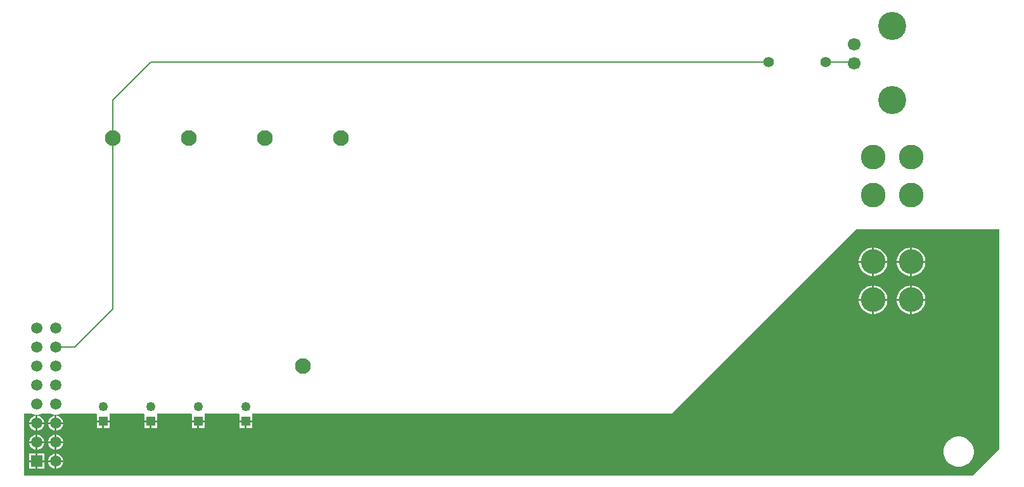
<source format=gtl>
G04*
G04 #@! TF.GenerationSoftware,Altium Limited,Altium Designer,21.9.1 (22)*
G04*
G04 Layer_Physical_Order=1*
G04 Layer_Color=255*
%FSLAX25Y25*%
%MOIN*%
G70*
G04*
G04 #@! TF.SameCoordinates,F3426815-9E30-4310-B1EE-DB99E30BDFF3*
G04*
G04*
G04 #@! TF.FilePolarity,Positive*
G04*
G01*
G75*
%ADD14C,0.00800*%
%ADD25C,0.08268*%
%ADD26C,0.05512*%
%ADD27C,0.04921*%
%ADD28R,0.04921X0.04921*%
%ADD29C,0.06693*%
%ADD30C,0.14764*%
%ADD31C,0.13000*%
%ADD32R,0.05906X0.05906*%
%ADD33C,0.05906*%
G36*
X616470Y126462D02*
X602557Y112549D01*
X103530D01*
X103530Y145000D01*
X107755D01*
X107895Y144919D01*
X109282Y144547D01*
X110718D01*
X112105Y144919D01*
X112245Y145000D01*
X117755D01*
X117895Y144919D01*
X119282Y144547D01*
X120718D01*
X122105Y144919D01*
X122245Y145000D01*
X141482D01*
X141539Y144524D01*
X141539D01*
Y141563D01*
X145000D01*
X148461D01*
Y144524D01*
X148461D01*
X148518Y145000D01*
X166482D01*
X166539Y144524D01*
X166539D01*
Y141563D01*
X170000D01*
X173461D01*
Y144524D01*
X173461D01*
X173518Y145000D01*
X191482D01*
X191539Y144524D01*
X191539D01*
Y141563D01*
X195000D01*
X198461D01*
Y144524D01*
X198461D01*
X198518Y145000D01*
X216482D01*
X216539Y144524D01*
X216539D01*
Y141563D01*
X220000D01*
X223461D01*
Y144524D01*
X223461D01*
X223518Y145000D01*
X444000D01*
X541000Y242000D01*
X616470D01*
X616470Y126462D01*
D02*
G37*
%LPC*%
G36*
X570739Y232500D02*
X570500D01*
Y225500D01*
X577500D01*
Y225739D01*
X577212Y227188D01*
X576646Y228553D01*
X575826Y229781D01*
X574781Y230826D01*
X573553Y231646D01*
X572188Y232212D01*
X570739Y232500D01*
D02*
G37*
G36*
X550739D02*
X550500D01*
Y225500D01*
X557500D01*
Y225739D01*
X557212Y227188D01*
X556646Y228553D01*
X555826Y229781D01*
X554781Y230826D01*
X553553Y231646D01*
X552188Y232212D01*
X550739Y232500D01*
D02*
G37*
G36*
X569500D02*
X569261D01*
X567812Y232212D01*
X566447Y231646D01*
X565219Y230826D01*
X564174Y229781D01*
X563354Y228553D01*
X562788Y227188D01*
X562500Y225739D01*
Y225500D01*
X569500D01*
Y232500D01*
D02*
G37*
G36*
X549500D02*
X549261D01*
X547812Y232212D01*
X546447Y231646D01*
X545219Y230826D01*
X544174Y229781D01*
X543354Y228553D01*
X542788Y227188D01*
X542500Y225739D01*
Y225500D01*
X549500D01*
Y232500D01*
D02*
G37*
G36*
X577500Y224500D02*
X570500D01*
Y217500D01*
X570739D01*
X572188Y217788D01*
X573553Y218354D01*
X574781Y219174D01*
X575826Y220219D01*
X576646Y221447D01*
X577212Y222812D01*
X577500Y224261D01*
Y224500D01*
D02*
G37*
G36*
X569500D02*
X562500D01*
Y224261D01*
X562788Y222812D01*
X563354Y221447D01*
X564174Y220219D01*
X565219Y219174D01*
X566447Y218354D01*
X567812Y217788D01*
X569261Y217500D01*
X569500D01*
Y224500D01*
D02*
G37*
G36*
X557500D02*
X550500D01*
Y217500D01*
X550739D01*
X552188Y217788D01*
X553553Y218354D01*
X554781Y219174D01*
X555826Y220219D01*
X556646Y221447D01*
X557212Y222812D01*
X557500Y224261D01*
Y224500D01*
D02*
G37*
G36*
X549500D02*
X542500D01*
Y224261D01*
X542788Y222812D01*
X543354Y221447D01*
X544174Y220219D01*
X545219Y219174D01*
X546447Y218354D01*
X547812Y217788D01*
X549261Y217500D01*
X549500D01*
Y224500D01*
D02*
G37*
G36*
X570739Y212500D02*
X570500D01*
Y205500D01*
X577500D01*
Y205739D01*
X577212Y207188D01*
X576646Y208553D01*
X575826Y209781D01*
X574781Y210826D01*
X573553Y211646D01*
X572188Y212212D01*
X570739Y212500D01*
D02*
G37*
G36*
X550739D02*
X550500D01*
Y205500D01*
X557500D01*
Y205739D01*
X557212Y207188D01*
X556646Y208553D01*
X555826Y209781D01*
X554781Y210826D01*
X553553Y211646D01*
X552188Y212212D01*
X550739Y212500D01*
D02*
G37*
G36*
X569500D02*
X569261D01*
X567812Y212212D01*
X566447Y211646D01*
X565219Y210826D01*
X564174Y209781D01*
X563354Y208553D01*
X562788Y207188D01*
X562500Y205739D01*
Y205500D01*
X569500D01*
Y212500D01*
D02*
G37*
G36*
X549500D02*
X549261D01*
X547812Y212212D01*
X546447Y211646D01*
X545219Y210826D01*
X544174Y209781D01*
X543354Y208553D01*
X542788Y207188D01*
X542500Y205739D01*
Y205500D01*
X549500D01*
Y212500D01*
D02*
G37*
G36*
X577500Y204500D02*
X570500D01*
Y197500D01*
X570739D01*
X572188Y197788D01*
X573553Y198354D01*
X574781Y199174D01*
X575826Y200219D01*
X576646Y201447D01*
X577212Y202812D01*
X577500Y204261D01*
Y204500D01*
D02*
G37*
G36*
X569500D02*
X562500D01*
Y204261D01*
X562788Y202812D01*
X563354Y201447D01*
X564174Y200219D01*
X565219Y199174D01*
X566447Y198354D01*
X567812Y197788D01*
X569261Y197500D01*
X569500D01*
Y204500D01*
D02*
G37*
G36*
X557500D02*
X550500D01*
Y197500D01*
X550739D01*
X552188Y197788D01*
X553553Y198354D01*
X554781Y199174D01*
X555826Y200219D01*
X556646Y201447D01*
X557212Y202812D01*
X557500Y204261D01*
Y204500D01*
D02*
G37*
G36*
X549500D02*
X542500D01*
Y204261D01*
X542788Y202812D01*
X543354Y201447D01*
X544174Y200219D01*
X545219Y199174D01*
X546447Y198354D01*
X547812Y197788D01*
X549261Y197500D01*
X549500D01*
Y204500D01*
D02*
G37*
G36*
X120520Y143953D02*
X120500D01*
Y140500D01*
X123953D01*
Y140520D01*
X123683Y141526D01*
X123163Y142427D01*
X122427Y143163D01*
X121526Y143683D01*
X120520Y143953D01*
D02*
G37*
G36*
X110520D02*
X110500D01*
Y140500D01*
X113953D01*
Y140520D01*
X113683Y141526D01*
X113163Y142427D01*
X112427Y143163D01*
X111526Y143683D01*
X110520Y143953D01*
D02*
G37*
G36*
X109500D02*
X109480D01*
X108474Y143683D01*
X107573Y143163D01*
X106837Y142427D01*
X106317Y141526D01*
X106047Y140520D01*
Y140500D01*
X109500D01*
Y143953D01*
D02*
G37*
G36*
X119500D02*
X119480D01*
X118474Y143683D01*
X117573Y143163D01*
X116837Y142427D01*
X116317Y141526D01*
X116047Y140520D01*
Y140500D01*
X119500D01*
Y143953D01*
D02*
G37*
G36*
X223461Y140563D02*
X220500D01*
Y137602D01*
X223461D01*
Y140563D01*
D02*
G37*
G36*
X219500D02*
X216539D01*
Y137602D01*
X219500D01*
Y140563D01*
D02*
G37*
G36*
X198461D02*
X195500D01*
Y137602D01*
X198461D01*
Y140563D01*
D02*
G37*
G36*
X194500D02*
X191539D01*
Y137602D01*
X194500D01*
Y140563D01*
D02*
G37*
G36*
X173461D02*
X170500D01*
Y137602D01*
X173461D01*
Y140563D01*
D02*
G37*
G36*
X169500D02*
X166539D01*
Y137602D01*
X169500D01*
Y140563D01*
D02*
G37*
G36*
X148461D02*
X145500D01*
Y137602D01*
X148461D01*
Y140563D01*
D02*
G37*
G36*
X144500D02*
X141539D01*
Y137602D01*
X144500D01*
Y140563D01*
D02*
G37*
G36*
X123953Y139500D02*
X120500D01*
Y136047D01*
X120520D01*
X121526Y136317D01*
X122427Y136837D01*
X123163Y137573D01*
X123683Y138474D01*
X123953Y139480D01*
Y139500D01*
D02*
G37*
G36*
X119500D02*
X116047D01*
Y139480D01*
X116317Y138474D01*
X116837Y137573D01*
X117573Y136837D01*
X118474Y136317D01*
X119480Y136047D01*
X119500D01*
Y139500D01*
D02*
G37*
G36*
X113953D02*
X110500D01*
Y136047D01*
X110520D01*
X111526Y136317D01*
X112427Y136837D01*
X113163Y137573D01*
X113683Y138474D01*
X113953Y139480D01*
Y139500D01*
D02*
G37*
G36*
X109500D02*
X106047D01*
Y139480D01*
X106317Y138474D01*
X106837Y137573D01*
X107573Y136837D01*
X108474Y136317D01*
X109480Y136047D01*
X109500D01*
Y139500D01*
D02*
G37*
G36*
X120520Y133953D02*
X120500D01*
Y130500D01*
X123953D01*
Y130520D01*
X123683Y131526D01*
X123163Y132427D01*
X122427Y133163D01*
X121526Y133683D01*
X120520Y133953D01*
D02*
G37*
G36*
X110520D02*
X110500D01*
Y130500D01*
X113953D01*
Y130520D01*
X113683Y131526D01*
X113163Y132427D01*
X112427Y133163D01*
X111526Y133683D01*
X110520Y133953D01*
D02*
G37*
G36*
X109500D02*
X109480D01*
X108474Y133683D01*
X107573Y133163D01*
X106837Y132427D01*
X106317Y131526D01*
X106047Y130520D01*
Y130500D01*
X109500D01*
Y133953D01*
D02*
G37*
G36*
X119500D02*
X119480D01*
X118474Y133683D01*
X117573Y133163D01*
X116837Y132427D01*
X116317Y131526D01*
X116047Y130520D01*
Y130500D01*
X119500D01*
Y133953D01*
D02*
G37*
G36*
X123953Y129500D02*
X120500D01*
Y126047D01*
X120520D01*
X121526Y126317D01*
X122427Y126837D01*
X123163Y127573D01*
X123683Y128474D01*
X123953Y129480D01*
Y129500D01*
D02*
G37*
G36*
X119500D02*
X116047D01*
Y129480D01*
X116317Y128474D01*
X116837Y127573D01*
X117573Y126837D01*
X118474Y126317D01*
X119480Y126047D01*
X119500D01*
Y129500D01*
D02*
G37*
G36*
X113953D02*
X110500D01*
Y126047D01*
X110520D01*
X111526Y126317D01*
X112427Y126837D01*
X113163Y127573D01*
X113683Y128474D01*
X113953Y129480D01*
Y129500D01*
D02*
G37*
G36*
X109500D02*
X106047D01*
Y129480D01*
X106317Y128474D01*
X106837Y127573D01*
X107573Y126837D01*
X108474Y126317D01*
X109480Y126047D01*
X109500D01*
Y129500D01*
D02*
G37*
G36*
X120520Y123953D02*
X120500D01*
Y120500D01*
X123953D01*
Y120520D01*
X123683Y121526D01*
X123163Y122427D01*
X122427Y123163D01*
X121526Y123683D01*
X120520Y123953D01*
D02*
G37*
G36*
X113953D02*
X110500D01*
Y120500D01*
X113953D01*
Y123953D01*
D02*
G37*
G36*
X109500D02*
X106047D01*
Y120500D01*
X109500D01*
Y123953D01*
D02*
G37*
G36*
X119500D02*
X119480D01*
X118474Y123683D01*
X117573Y123163D01*
X116837Y122427D01*
X116317Y121526D01*
X116047Y120520D01*
Y120500D01*
X119500D01*
Y123953D01*
D02*
G37*
G36*
X595783Y132950D02*
X594217D01*
X592681Y132644D01*
X591234Y132045D01*
X589932Y131175D01*
X588825Y130068D01*
X587955Y128766D01*
X587356Y127319D01*
X587050Y125783D01*
Y124217D01*
X587356Y122681D01*
X587955Y121234D01*
X588825Y119932D01*
X589932Y118825D01*
X591234Y117955D01*
X592681Y117356D01*
X594217Y117050D01*
X595783D01*
X597319Y117356D01*
X598766Y117955D01*
X600068Y118825D01*
X601175Y119932D01*
X602045Y121234D01*
X602644Y122681D01*
X602950Y124217D01*
Y125783D01*
X602644Y127319D01*
X602045Y128766D01*
X601175Y130068D01*
X600068Y131175D01*
X598766Y132045D01*
X597319Y132644D01*
X595783Y132950D01*
D02*
G37*
G36*
X123953Y119500D02*
X120500D01*
Y116047D01*
X120520D01*
X121526Y116317D01*
X122427Y116837D01*
X123163Y117573D01*
X123683Y118474D01*
X123953Y119480D01*
Y119500D01*
D02*
G37*
G36*
X119500D02*
X116047D01*
Y119480D01*
X116317Y118474D01*
X116837Y117573D01*
X117573Y116837D01*
X118474Y116317D01*
X119480Y116047D01*
X119500D01*
Y119500D01*
D02*
G37*
G36*
X113953D02*
X110500D01*
Y116047D01*
X113953D01*
Y119500D01*
D02*
G37*
G36*
X109500D02*
X106047D01*
Y116047D01*
X109500D01*
Y119500D01*
D02*
G37*
%LPD*%
D14*
X150000Y200000D02*
Y310000D01*
X170000Y330000D01*
X130000Y180000D02*
X150000Y200000D01*
X120000Y180000D02*
X130000D01*
X170000Y330000D02*
X280000D01*
X495000D01*
X525000D02*
X540000D01*
D25*
X230000Y290000D02*
D03*
X270000D02*
D03*
X190000D02*
D03*
X250000Y170000D02*
D03*
Y130000D02*
D03*
X150000Y290000D02*
D03*
D26*
X495000Y330000D02*
D03*
X525000D02*
D03*
D27*
X220000Y148937D02*
D03*
X195000D02*
D03*
X170000D02*
D03*
X145000D02*
D03*
D28*
X220000Y141063D02*
D03*
X195000D02*
D03*
X170000D02*
D03*
X145000D02*
D03*
D29*
X540000Y339606D02*
D03*
Y329606D02*
D03*
D30*
X560000Y310000D02*
D03*
Y349213D02*
D03*
D31*
X570000Y260000D02*
D03*
Y280000D02*
D03*
X550000D02*
D03*
Y260000D02*
D03*
Y205000D02*
D03*
Y225000D02*
D03*
X570000D02*
D03*
Y205000D02*
D03*
D32*
X110000Y120000D02*
D03*
D33*
X120000D02*
D03*
X110000Y130000D02*
D03*
X120000D02*
D03*
X110000Y140000D02*
D03*
X120000D02*
D03*
X110000Y150000D02*
D03*
X120000D02*
D03*
X110000Y160000D02*
D03*
X120000D02*
D03*
X110000Y170000D02*
D03*
X120000D02*
D03*
X110000Y180000D02*
D03*
X120000D02*
D03*
X110000Y190000D02*
D03*
X120000D02*
D03*
M02*

</source>
